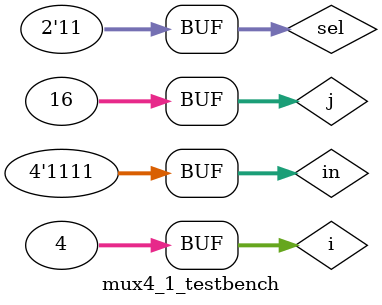
<source format=sv>

`timescale 1ns/10ps

module mux4_1(in, out, sel);
    output logic out;
    input logic [3:0] in;
    input logic [1:0] sel;
    logic [1:0] subout;

    mux2_1 mux1 (.in(in[1:0]), .out(subout[0]), .sel(sel[0]));
    mux2_1 mux2 (.in(in[3:2]), .out(subout[1]), .sel(sel[0]));
    mux2_1 mux3 (.in(subout[1:0]), .out(out), .sel(sel[1]));

endmodule

// Testbench for the module.
module mux4_1_testbench();
    logic [3:0] in;
    logic [1:0] sel;
    logic out;
    integer i, j;

    mux4_1 dut (.out, .in, .sel);
    
    initial begin
        for (i=0; i<4; i++) begin
            for (j=0; j<16; j++) begin
                sel[1:0]=i; in[3:0]=j; #1000;
            end
        end
    end
endmodule
</source>
